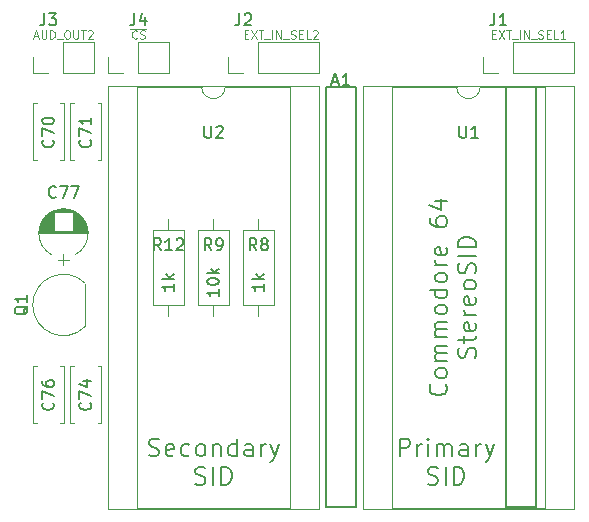
<source format=gto>
G04 #@! TF.FileFunction,Legend,Top*
%FSLAX46Y46*%
G04 Gerber Fmt 4.6, Leading zero omitted, Abs format (unit mm)*
G04 Created by KiCad (PCBNEW 4.0.7) date 07/01/19 14:30:08*
%MOMM*%
%LPD*%
G01*
G04 APERTURE LIST*
%ADD10C,0.100000*%
%ADD11C,0.150000*%
%ADD12C,0.120000*%
G04 APERTURE END LIST*
D10*
D11*
X135860714Y-128007142D02*
X135932143Y-128078571D01*
X136003571Y-128292857D01*
X136003571Y-128435714D01*
X135932143Y-128649999D01*
X135789286Y-128792857D01*
X135646429Y-128864285D01*
X135360714Y-128935714D01*
X135146429Y-128935714D01*
X134860714Y-128864285D01*
X134717857Y-128792857D01*
X134575000Y-128649999D01*
X134503571Y-128435714D01*
X134503571Y-128292857D01*
X134575000Y-128078571D01*
X134646429Y-128007142D01*
X136003571Y-127149999D02*
X135932143Y-127292857D01*
X135860714Y-127364285D01*
X135717857Y-127435714D01*
X135289286Y-127435714D01*
X135146429Y-127364285D01*
X135075000Y-127292857D01*
X135003571Y-127149999D01*
X135003571Y-126935714D01*
X135075000Y-126792857D01*
X135146429Y-126721428D01*
X135289286Y-126649999D01*
X135717857Y-126649999D01*
X135860714Y-126721428D01*
X135932143Y-126792857D01*
X136003571Y-126935714D01*
X136003571Y-127149999D01*
X136003571Y-126007142D02*
X135003571Y-126007142D01*
X135146429Y-126007142D02*
X135075000Y-125935714D01*
X135003571Y-125792856D01*
X135003571Y-125578571D01*
X135075000Y-125435714D01*
X135217857Y-125364285D01*
X136003571Y-125364285D01*
X135217857Y-125364285D02*
X135075000Y-125292856D01*
X135003571Y-125149999D01*
X135003571Y-124935714D01*
X135075000Y-124792856D01*
X135217857Y-124721428D01*
X136003571Y-124721428D01*
X136003571Y-124007142D02*
X135003571Y-124007142D01*
X135146429Y-124007142D02*
X135075000Y-123935714D01*
X135003571Y-123792856D01*
X135003571Y-123578571D01*
X135075000Y-123435714D01*
X135217857Y-123364285D01*
X136003571Y-123364285D01*
X135217857Y-123364285D02*
X135075000Y-123292856D01*
X135003571Y-123149999D01*
X135003571Y-122935714D01*
X135075000Y-122792856D01*
X135217857Y-122721428D01*
X136003571Y-122721428D01*
X136003571Y-121792856D02*
X135932143Y-121935714D01*
X135860714Y-122007142D01*
X135717857Y-122078571D01*
X135289286Y-122078571D01*
X135146429Y-122007142D01*
X135075000Y-121935714D01*
X135003571Y-121792856D01*
X135003571Y-121578571D01*
X135075000Y-121435714D01*
X135146429Y-121364285D01*
X135289286Y-121292856D01*
X135717857Y-121292856D01*
X135860714Y-121364285D01*
X135932143Y-121435714D01*
X136003571Y-121578571D01*
X136003571Y-121792856D01*
X136003571Y-120007142D02*
X134503571Y-120007142D01*
X135932143Y-120007142D02*
X136003571Y-120149999D01*
X136003571Y-120435713D01*
X135932143Y-120578571D01*
X135860714Y-120649999D01*
X135717857Y-120721428D01*
X135289286Y-120721428D01*
X135146429Y-120649999D01*
X135075000Y-120578571D01*
X135003571Y-120435713D01*
X135003571Y-120149999D01*
X135075000Y-120007142D01*
X136003571Y-119078570D02*
X135932143Y-119221428D01*
X135860714Y-119292856D01*
X135717857Y-119364285D01*
X135289286Y-119364285D01*
X135146429Y-119292856D01*
X135075000Y-119221428D01*
X135003571Y-119078570D01*
X135003571Y-118864285D01*
X135075000Y-118721428D01*
X135146429Y-118649999D01*
X135289286Y-118578570D01*
X135717857Y-118578570D01*
X135860714Y-118649999D01*
X135932143Y-118721428D01*
X136003571Y-118864285D01*
X136003571Y-119078570D01*
X136003571Y-117935713D02*
X135003571Y-117935713D01*
X135289286Y-117935713D02*
X135146429Y-117864285D01*
X135075000Y-117792856D01*
X135003571Y-117649999D01*
X135003571Y-117507142D01*
X135932143Y-116435714D02*
X136003571Y-116578571D01*
X136003571Y-116864285D01*
X135932143Y-117007142D01*
X135789286Y-117078571D01*
X135217857Y-117078571D01*
X135075000Y-117007142D01*
X135003571Y-116864285D01*
X135003571Y-116578571D01*
X135075000Y-116435714D01*
X135217857Y-116364285D01*
X135360714Y-116364285D01*
X135503571Y-117078571D01*
X134503571Y-113935714D02*
X134503571Y-114221428D01*
X134575000Y-114364285D01*
X134646429Y-114435714D01*
X134860714Y-114578571D01*
X135146429Y-114650000D01*
X135717857Y-114650000D01*
X135860714Y-114578571D01*
X135932143Y-114507143D01*
X136003571Y-114364285D01*
X136003571Y-114078571D01*
X135932143Y-113935714D01*
X135860714Y-113864285D01*
X135717857Y-113792857D01*
X135360714Y-113792857D01*
X135217857Y-113864285D01*
X135146429Y-113935714D01*
X135075000Y-114078571D01*
X135075000Y-114364285D01*
X135146429Y-114507143D01*
X135217857Y-114578571D01*
X135360714Y-114650000D01*
X135003571Y-112507143D02*
X136003571Y-112507143D01*
X134432143Y-112864286D02*
X135503571Y-113221429D01*
X135503571Y-112292857D01*
X138332143Y-125757142D02*
X138403571Y-125542856D01*
X138403571Y-125185713D01*
X138332143Y-125042856D01*
X138260714Y-124971427D01*
X138117857Y-124899999D01*
X137975000Y-124899999D01*
X137832143Y-124971427D01*
X137760714Y-125042856D01*
X137689286Y-125185713D01*
X137617857Y-125471427D01*
X137546429Y-125614285D01*
X137475000Y-125685713D01*
X137332143Y-125757142D01*
X137189286Y-125757142D01*
X137046429Y-125685713D01*
X136975000Y-125614285D01*
X136903571Y-125471427D01*
X136903571Y-125114285D01*
X136975000Y-124899999D01*
X137403571Y-124471428D02*
X137403571Y-123899999D01*
X136903571Y-124257142D02*
X138189286Y-124257142D01*
X138332143Y-124185714D01*
X138403571Y-124042856D01*
X138403571Y-123899999D01*
X138332143Y-122828571D02*
X138403571Y-122971428D01*
X138403571Y-123257142D01*
X138332143Y-123399999D01*
X138189286Y-123471428D01*
X137617857Y-123471428D01*
X137475000Y-123399999D01*
X137403571Y-123257142D01*
X137403571Y-122971428D01*
X137475000Y-122828571D01*
X137617857Y-122757142D01*
X137760714Y-122757142D01*
X137903571Y-123471428D01*
X138403571Y-122114285D02*
X137403571Y-122114285D01*
X137689286Y-122114285D02*
X137546429Y-122042857D01*
X137475000Y-121971428D01*
X137403571Y-121828571D01*
X137403571Y-121685714D01*
X138332143Y-120614286D02*
X138403571Y-120757143D01*
X138403571Y-121042857D01*
X138332143Y-121185714D01*
X138189286Y-121257143D01*
X137617857Y-121257143D01*
X137475000Y-121185714D01*
X137403571Y-121042857D01*
X137403571Y-120757143D01*
X137475000Y-120614286D01*
X137617857Y-120542857D01*
X137760714Y-120542857D01*
X137903571Y-121257143D01*
X138403571Y-119685714D02*
X138332143Y-119828572D01*
X138260714Y-119900000D01*
X138117857Y-119971429D01*
X137689286Y-119971429D01*
X137546429Y-119900000D01*
X137475000Y-119828572D01*
X137403571Y-119685714D01*
X137403571Y-119471429D01*
X137475000Y-119328572D01*
X137546429Y-119257143D01*
X137689286Y-119185714D01*
X138117857Y-119185714D01*
X138260714Y-119257143D01*
X138332143Y-119328572D01*
X138403571Y-119471429D01*
X138403571Y-119685714D01*
X138332143Y-118614286D02*
X138403571Y-118400000D01*
X138403571Y-118042857D01*
X138332143Y-117900000D01*
X138260714Y-117828571D01*
X138117857Y-117757143D01*
X137975000Y-117757143D01*
X137832143Y-117828571D01*
X137760714Y-117900000D01*
X137689286Y-118042857D01*
X137617857Y-118328571D01*
X137546429Y-118471429D01*
X137475000Y-118542857D01*
X137332143Y-118614286D01*
X137189286Y-118614286D01*
X137046429Y-118542857D01*
X136975000Y-118471429D01*
X136903571Y-118328571D01*
X136903571Y-117971429D01*
X136975000Y-117757143D01*
X138403571Y-117114286D02*
X136903571Y-117114286D01*
X138403571Y-116400000D02*
X136903571Y-116400000D01*
X136903571Y-116042857D01*
X136975000Y-115828572D01*
X137117857Y-115685714D01*
X137260714Y-115614286D01*
X137546429Y-115542857D01*
X137760714Y-115542857D01*
X138046429Y-115614286D01*
X138189286Y-115685714D01*
X138332143Y-115828572D01*
X138403571Y-116042857D01*
X138403571Y-116400000D01*
X110740715Y-134027143D02*
X110955001Y-134098571D01*
X111312144Y-134098571D01*
X111455001Y-134027143D01*
X111526430Y-133955714D01*
X111597858Y-133812857D01*
X111597858Y-133670000D01*
X111526430Y-133527143D01*
X111455001Y-133455714D01*
X111312144Y-133384286D01*
X111026430Y-133312857D01*
X110883572Y-133241429D01*
X110812144Y-133170000D01*
X110740715Y-133027143D01*
X110740715Y-132884286D01*
X110812144Y-132741429D01*
X110883572Y-132670000D01*
X111026430Y-132598571D01*
X111383572Y-132598571D01*
X111597858Y-132670000D01*
X112812143Y-134027143D02*
X112669286Y-134098571D01*
X112383572Y-134098571D01*
X112240715Y-134027143D01*
X112169286Y-133884286D01*
X112169286Y-133312857D01*
X112240715Y-133170000D01*
X112383572Y-133098571D01*
X112669286Y-133098571D01*
X112812143Y-133170000D01*
X112883572Y-133312857D01*
X112883572Y-133455714D01*
X112169286Y-133598571D01*
X114169286Y-134027143D02*
X114026429Y-134098571D01*
X113740715Y-134098571D01*
X113597857Y-134027143D01*
X113526429Y-133955714D01*
X113455000Y-133812857D01*
X113455000Y-133384286D01*
X113526429Y-133241429D01*
X113597857Y-133170000D01*
X113740715Y-133098571D01*
X114026429Y-133098571D01*
X114169286Y-133170000D01*
X115026429Y-134098571D02*
X114883571Y-134027143D01*
X114812143Y-133955714D01*
X114740714Y-133812857D01*
X114740714Y-133384286D01*
X114812143Y-133241429D01*
X114883571Y-133170000D01*
X115026429Y-133098571D01*
X115240714Y-133098571D01*
X115383571Y-133170000D01*
X115455000Y-133241429D01*
X115526429Y-133384286D01*
X115526429Y-133812857D01*
X115455000Y-133955714D01*
X115383571Y-134027143D01*
X115240714Y-134098571D01*
X115026429Y-134098571D01*
X116169286Y-133098571D02*
X116169286Y-134098571D01*
X116169286Y-133241429D02*
X116240714Y-133170000D01*
X116383572Y-133098571D01*
X116597857Y-133098571D01*
X116740714Y-133170000D01*
X116812143Y-133312857D01*
X116812143Y-134098571D01*
X118169286Y-134098571D02*
X118169286Y-132598571D01*
X118169286Y-134027143D02*
X118026429Y-134098571D01*
X117740715Y-134098571D01*
X117597857Y-134027143D01*
X117526429Y-133955714D01*
X117455000Y-133812857D01*
X117455000Y-133384286D01*
X117526429Y-133241429D01*
X117597857Y-133170000D01*
X117740715Y-133098571D01*
X118026429Y-133098571D01*
X118169286Y-133170000D01*
X119526429Y-134098571D02*
X119526429Y-133312857D01*
X119455000Y-133170000D01*
X119312143Y-133098571D01*
X119026429Y-133098571D01*
X118883572Y-133170000D01*
X119526429Y-134027143D02*
X119383572Y-134098571D01*
X119026429Y-134098571D01*
X118883572Y-134027143D01*
X118812143Y-133884286D01*
X118812143Y-133741429D01*
X118883572Y-133598571D01*
X119026429Y-133527143D01*
X119383572Y-133527143D01*
X119526429Y-133455714D01*
X120240715Y-134098571D02*
X120240715Y-133098571D01*
X120240715Y-133384286D02*
X120312143Y-133241429D01*
X120383572Y-133170000D01*
X120526429Y-133098571D01*
X120669286Y-133098571D01*
X121026429Y-133098571D02*
X121383572Y-134098571D01*
X121740714Y-133098571D02*
X121383572Y-134098571D01*
X121240714Y-134455714D01*
X121169286Y-134527143D01*
X121026429Y-134598571D01*
X114669286Y-136427143D02*
X114883572Y-136498571D01*
X115240715Y-136498571D01*
X115383572Y-136427143D01*
X115455001Y-136355714D01*
X115526429Y-136212857D01*
X115526429Y-136070000D01*
X115455001Y-135927143D01*
X115383572Y-135855714D01*
X115240715Y-135784286D01*
X114955001Y-135712857D01*
X114812143Y-135641429D01*
X114740715Y-135570000D01*
X114669286Y-135427143D01*
X114669286Y-135284286D01*
X114740715Y-135141429D01*
X114812143Y-135070000D01*
X114955001Y-134998571D01*
X115312143Y-134998571D01*
X115526429Y-135070000D01*
X116169286Y-136498571D02*
X116169286Y-134998571D01*
X116883572Y-136498571D02*
X116883572Y-134998571D01*
X117240715Y-134998571D01*
X117455000Y-135070000D01*
X117597858Y-135212857D01*
X117669286Y-135355714D01*
X117740715Y-135641429D01*
X117740715Y-135855714D01*
X117669286Y-136141429D01*
X117597858Y-136284286D01*
X117455000Y-136427143D01*
X117240715Y-136498571D01*
X116883572Y-136498571D01*
X131961429Y-134098571D02*
X131961429Y-132598571D01*
X132532857Y-132598571D01*
X132675715Y-132670000D01*
X132747143Y-132741429D01*
X132818572Y-132884286D01*
X132818572Y-133098571D01*
X132747143Y-133241429D01*
X132675715Y-133312857D01*
X132532857Y-133384286D01*
X131961429Y-133384286D01*
X133461429Y-134098571D02*
X133461429Y-133098571D01*
X133461429Y-133384286D02*
X133532857Y-133241429D01*
X133604286Y-133170000D01*
X133747143Y-133098571D01*
X133890000Y-133098571D01*
X134390000Y-134098571D02*
X134390000Y-133098571D01*
X134390000Y-132598571D02*
X134318571Y-132670000D01*
X134390000Y-132741429D01*
X134461428Y-132670000D01*
X134390000Y-132598571D01*
X134390000Y-132741429D01*
X135104286Y-134098571D02*
X135104286Y-133098571D01*
X135104286Y-133241429D02*
X135175714Y-133170000D01*
X135318572Y-133098571D01*
X135532857Y-133098571D01*
X135675714Y-133170000D01*
X135747143Y-133312857D01*
X135747143Y-134098571D01*
X135747143Y-133312857D02*
X135818572Y-133170000D01*
X135961429Y-133098571D01*
X136175714Y-133098571D01*
X136318572Y-133170000D01*
X136390000Y-133312857D01*
X136390000Y-134098571D01*
X137747143Y-134098571D02*
X137747143Y-133312857D01*
X137675714Y-133170000D01*
X137532857Y-133098571D01*
X137247143Y-133098571D01*
X137104286Y-133170000D01*
X137747143Y-134027143D02*
X137604286Y-134098571D01*
X137247143Y-134098571D01*
X137104286Y-134027143D01*
X137032857Y-133884286D01*
X137032857Y-133741429D01*
X137104286Y-133598571D01*
X137247143Y-133527143D01*
X137604286Y-133527143D01*
X137747143Y-133455714D01*
X138461429Y-134098571D02*
X138461429Y-133098571D01*
X138461429Y-133384286D02*
X138532857Y-133241429D01*
X138604286Y-133170000D01*
X138747143Y-133098571D01*
X138890000Y-133098571D01*
X139247143Y-133098571D02*
X139604286Y-134098571D01*
X139961428Y-133098571D02*
X139604286Y-134098571D01*
X139461428Y-134455714D01*
X139390000Y-134527143D01*
X139247143Y-134598571D01*
X134354286Y-136427143D02*
X134568572Y-136498571D01*
X134925715Y-136498571D01*
X135068572Y-136427143D01*
X135140001Y-136355714D01*
X135211429Y-136212857D01*
X135211429Y-136070000D01*
X135140001Y-135927143D01*
X135068572Y-135855714D01*
X134925715Y-135784286D01*
X134640001Y-135712857D01*
X134497143Y-135641429D01*
X134425715Y-135570000D01*
X134354286Y-135427143D01*
X134354286Y-135284286D01*
X134425715Y-135141429D01*
X134497143Y-135070000D01*
X134640001Y-134998571D01*
X134997143Y-134998571D01*
X135211429Y-135070000D01*
X135854286Y-136498571D02*
X135854286Y-134998571D01*
X136568572Y-136498571D02*
X136568572Y-134998571D01*
X136925715Y-134998571D01*
X137140000Y-135070000D01*
X137282858Y-135212857D01*
X137354286Y-135355714D01*
X137425715Y-135641429D01*
X137425715Y-135855714D01*
X137354286Y-136141429D01*
X137282858Y-136284286D01*
X137140000Y-136427143D01*
X136925715Y-136498571D01*
X136568572Y-136498571D01*
X143510000Y-138430000D02*
X143510000Y-102870000D01*
X140970000Y-102870000D02*
X140970000Y-138430000D01*
X128270000Y-138430000D02*
X128270000Y-102870000D01*
X125730000Y-102870000D02*
X125730000Y-138430000D01*
X140970000Y-138430000D02*
X143510000Y-138430000D01*
X125730000Y-138430000D02*
X128270000Y-138430000D01*
X140970000Y-102870000D02*
X143510000Y-102870000D01*
X125730000Y-102870000D02*
X128270000Y-102870000D01*
D12*
X103545000Y-104230000D02*
X103545000Y-109050000D01*
X100925000Y-104230000D02*
X100925000Y-109050000D01*
X103545000Y-104230000D02*
X103231000Y-104230000D01*
X101239000Y-104230000D02*
X100925000Y-104230000D01*
X103545000Y-109050000D02*
X103231000Y-109050000D01*
X101239000Y-109050000D02*
X100925000Y-109050000D01*
X106720000Y-104230000D02*
X106720000Y-109050000D01*
X104100000Y-104230000D02*
X104100000Y-109050000D01*
X106720000Y-104230000D02*
X106406000Y-104230000D01*
X104414000Y-104230000D02*
X104100000Y-104230000D01*
X106720000Y-109050000D02*
X106406000Y-109050000D01*
X104414000Y-109050000D02*
X104100000Y-109050000D01*
X106720000Y-126455000D02*
X106720000Y-131275000D01*
X104100000Y-126455000D02*
X104100000Y-131275000D01*
X106720000Y-126455000D02*
X106406000Y-126455000D01*
X104414000Y-126455000D02*
X104100000Y-126455000D01*
X106720000Y-131275000D02*
X106406000Y-131275000D01*
X104414000Y-131275000D02*
X104100000Y-131275000D01*
X103545000Y-126455000D02*
X103545000Y-131275000D01*
X100925000Y-126455000D02*
X100925000Y-131275000D01*
X103545000Y-126455000D02*
X103231000Y-126455000D01*
X101239000Y-126455000D02*
X100925000Y-126455000D01*
X103545000Y-131275000D02*
X103231000Y-131275000D01*
X101239000Y-131275000D02*
X100925000Y-131275000D01*
X102525830Y-113358564D02*
G75*
G03X102525000Y-117050996I979170J-1846436D01*
G01*
X104484170Y-113358564D02*
G75*
G02X104485000Y-117050996I-979170J-1846436D01*
G01*
X104484170Y-113358564D02*
G75*
G03X102525000Y-113359004I-979170J-1846436D01*
G01*
X101455000Y-115205000D02*
X105555000Y-115205000D01*
X101455000Y-115165000D02*
X105555000Y-115165000D01*
X101456000Y-115125000D02*
X105554000Y-115125000D01*
X101458000Y-115085000D02*
X105552000Y-115085000D01*
X101461000Y-115045000D02*
X105549000Y-115045000D01*
X101464000Y-115005000D02*
X105546000Y-115005000D01*
X101468000Y-114965000D02*
X102725000Y-114965000D01*
X104285000Y-114965000D02*
X105542000Y-114965000D01*
X101473000Y-114925000D02*
X102725000Y-114925000D01*
X104285000Y-114925000D02*
X105537000Y-114925000D01*
X101479000Y-114885000D02*
X102725000Y-114885000D01*
X104285000Y-114885000D02*
X105531000Y-114885000D01*
X101486000Y-114845000D02*
X102725000Y-114845000D01*
X104285000Y-114845000D02*
X105524000Y-114845000D01*
X101493000Y-114805000D02*
X102725000Y-114805000D01*
X104285000Y-114805000D02*
X105517000Y-114805000D01*
X101501000Y-114765000D02*
X102725000Y-114765000D01*
X104285000Y-114765000D02*
X105509000Y-114765000D01*
X101510000Y-114725000D02*
X102725000Y-114725000D01*
X104285000Y-114725000D02*
X105500000Y-114725000D01*
X101520000Y-114685000D02*
X102725000Y-114685000D01*
X104285000Y-114685000D02*
X105490000Y-114685000D01*
X101531000Y-114645000D02*
X102725000Y-114645000D01*
X104285000Y-114645000D02*
X105479000Y-114645000D01*
X101542000Y-114605000D02*
X102725000Y-114605000D01*
X104285000Y-114605000D02*
X105468000Y-114605000D01*
X101555000Y-114565000D02*
X102725000Y-114565000D01*
X104285000Y-114565000D02*
X105455000Y-114565000D01*
X101568000Y-114525000D02*
X102725000Y-114525000D01*
X104285000Y-114525000D02*
X105442000Y-114525000D01*
X101582000Y-114484000D02*
X102725000Y-114484000D01*
X104285000Y-114484000D02*
X105428000Y-114484000D01*
X101598000Y-114444000D02*
X102725000Y-114444000D01*
X104285000Y-114444000D02*
X105412000Y-114444000D01*
X101614000Y-114404000D02*
X102725000Y-114404000D01*
X104285000Y-114404000D02*
X105396000Y-114404000D01*
X101631000Y-114364000D02*
X102725000Y-114364000D01*
X104285000Y-114364000D02*
X105379000Y-114364000D01*
X101649000Y-114324000D02*
X102725000Y-114324000D01*
X104285000Y-114324000D02*
X105361000Y-114324000D01*
X101668000Y-114284000D02*
X102725000Y-114284000D01*
X104285000Y-114284000D02*
X105342000Y-114284000D01*
X101688000Y-114244000D02*
X102725000Y-114244000D01*
X104285000Y-114244000D02*
X105322000Y-114244000D01*
X101709000Y-114204000D02*
X102725000Y-114204000D01*
X104285000Y-114204000D02*
X105301000Y-114204000D01*
X101732000Y-114164000D02*
X102725000Y-114164000D01*
X104285000Y-114164000D02*
X105278000Y-114164000D01*
X101755000Y-114124000D02*
X102725000Y-114124000D01*
X104285000Y-114124000D02*
X105255000Y-114124000D01*
X101780000Y-114084000D02*
X102725000Y-114084000D01*
X104285000Y-114084000D02*
X105230000Y-114084000D01*
X101806000Y-114044000D02*
X102725000Y-114044000D01*
X104285000Y-114044000D02*
X105204000Y-114044000D01*
X101833000Y-114004000D02*
X102725000Y-114004000D01*
X104285000Y-114004000D02*
X105177000Y-114004000D01*
X101862000Y-113964000D02*
X102725000Y-113964000D01*
X104285000Y-113964000D02*
X105148000Y-113964000D01*
X101892000Y-113924000D02*
X102725000Y-113924000D01*
X104285000Y-113924000D02*
X105118000Y-113924000D01*
X101924000Y-113884000D02*
X102725000Y-113884000D01*
X104285000Y-113884000D02*
X105086000Y-113884000D01*
X101958000Y-113844000D02*
X102725000Y-113844000D01*
X104285000Y-113844000D02*
X105052000Y-113844000D01*
X101993000Y-113804000D02*
X102725000Y-113804000D01*
X104285000Y-113804000D02*
X105017000Y-113804000D01*
X102030000Y-113764000D02*
X102725000Y-113764000D01*
X104285000Y-113764000D02*
X104980000Y-113764000D01*
X102069000Y-113724000D02*
X102725000Y-113724000D01*
X104285000Y-113724000D02*
X104941000Y-113724000D01*
X102110000Y-113684000D02*
X102725000Y-113684000D01*
X104285000Y-113684000D02*
X104900000Y-113684000D01*
X102154000Y-113644000D02*
X102725000Y-113644000D01*
X104285000Y-113644000D02*
X104856000Y-113644000D01*
X102200000Y-113604000D02*
X102725000Y-113604000D01*
X104285000Y-113604000D02*
X104810000Y-113604000D01*
X102249000Y-113564000D02*
X102725000Y-113564000D01*
X104285000Y-113564000D02*
X104761000Y-113564000D01*
X102301000Y-113524000D02*
X102725000Y-113524000D01*
X104285000Y-113524000D02*
X104709000Y-113524000D01*
X102357000Y-113484000D02*
X102725000Y-113484000D01*
X104285000Y-113484000D02*
X104653000Y-113484000D01*
X102417000Y-113444000D02*
X102725000Y-113444000D01*
X104285000Y-113444000D02*
X104593000Y-113444000D01*
X102482000Y-113404000D02*
X104528000Y-113404000D01*
X102553000Y-113364000D02*
X104457000Y-113364000D01*
X102631000Y-113324000D02*
X104379000Y-113324000D01*
X102719000Y-113284000D02*
X104291000Y-113284000D01*
X102819000Y-113244000D02*
X104191000Y-113244000D01*
X102938000Y-113204000D02*
X104072000Y-113204000D01*
X103090000Y-113164000D02*
X103920000Y-113164000D01*
X103340000Y-113124000D02*
X103670000Y-113124000D01*
X103505000Y-117905000D02*
X103505000Y-117005000D01*
X103055000Y-117455000D02*
X103955000Y-117455000D01*
X146745000Y-101660000D02*
X146745000Y-99000000D01*
X141605000Y-101660000D02*
X146745000Y-101660000D01*
X141605000Y-99000000D02*
X146745000Y-99000000D01*
X141605000Y-101660000D02*
X141605000Y-99000000D01*
X140335000Y-101660000D02*
X139005000Y-101660000D01*
X139005000Y-101660000D02*
X139005000Y-100330000D01*
X125155000Y-101660000D02*
X125155000Y-99000000D01*
X120015000Y-101660000D02*
X125155000Y-101660000D01*
X120015000Y-99000000D02*
X125155000Y-99000000D01*
X120015000Y-101660000D02*
X120015000Y-99000000D01*
X118745000Y-101660000D02*
X117415000Y-101660000D01*
X117415000Y-101660000D02*
X117415000Y-100330000D01*
X106105000Y-101660000D02*
X106105000Y-99000000D01*
X103505000Y-101660000D02*
X106105000Y-101660000D01*
X103505000Y-99000000D02*
X106105000Y-99000000D01*
X103505000Y-101660000D02*
X103505000Y-99000000D01*
X102235000Y-101660000D02*
X100905000Y-101660000D01*
X100905000Y-101660000D02*
X100905000Y-100330000D01*
X105355000Y-123085000D02*
X105355000Y-119485000D01*
X105343478Y-123123478D02*
G75*
G02X100905000Y-121285000I-1838478J1838478D01*
G01*
X105343478Y-119446522D02*
G75*
G03X100905000Y-121285000I-1838478J-1838478D01*
G01*
X121325000Y-114900000D02*
X118705000Y-114900000D01*
X118705000Y-114900000D02*
X118705000Y-121320000D01*
X118705000Y-121320000D02*
X121325000Y-121320000D01*
X121325000Y-121320000D02*
X121325000Y-114900000D01*
X120015000Y-114010000D02*
X120015000Y-114900000D01*
X120015000Y-122210000D02*
X120015000Y-121320000D01*
X117515000Y-114900000D02*
X114895000Y-114900000D01*
X114895000Y-114900000D02*
X114895000Y-121320000D01*
X114895000Y-121320000D02*
X117515000Y-121320000D01*
X117515000Y-121320000D02*
X117515000Y-114900000D01*
X116205000Y-114010000D02*
X116205000Y-114900000D01*
X116205000Y-122210000D02*
X116205000Y-121320000D01*
X113705000Y-114900000D02*
X111085000Y-114900000D01*
X111085000Y-114900000D02*
X111085000Y-121320000D01*
X111085000Y-121320000D02*
X113705000Y-121320000D01*
X113705000Y-121320000D02*
X113705000Y-114900000D01*
X112395000Y-114010000D02*
X112395000Y-114900000D01*
X112395000Y-122210000D02*
X112395000Y-121320000D01*
X138795000Y-102810000D02*
G75*
G02X136795000Y-102810000I-1000000J0D01*
G01*
X136795000Y-102810000D02*
X131335000Y-102810000D01*
X131335000Y-102810000D02*
X131335000Y-138490000D01*
X131335000Y-138490000D02*
X144255000Y-138490000D01*
X144255000Y-138490000D02*
X144255000Y-102810000D01*
X144255000Y-102810000D02*
X138795000Y-102810000D01*
X128845000Y-102750000D02*
X128845000Y-138550000D01*
X128845000Y-138550000D02*
X146745000Y-138550000D01*
X146745000Y-138550000D02*
X146745000Y-102750000D01*
X146745000Y-102750000D02*
X128845000Y-102750000D01*
X117205000Y-102810000D02*
G75*
G02X115205000Y-102810000I-1000000J0D01*
G01*
X115205000Y-102810000D02*
X109745000Y-102810000D01*
X109745000Y-102810000D02*
X109745000Y-138490000D01*
X109745000Y-138490000D02*
X122665000Y-138490000D01*
X122665000Y-138490000D02*
X122665000Y-102810000D01*
X122665000Y-102810000D02*
X117205000Y-102810000D01*
X107255000Y-102750000D02*
X107255000Y-138550000D01*
X107255000Y-138550000D02*
X125155000Y-138550000D01*
X125155000Y-138550000D02*
X125155000Y-102750000D01*
X125155000Y-102750000D02*
X107255000Y-102750000D01*
X112455000Y-101660000D02*
X112455000Y-99000000D01*
X109855000Y-101660000D02*
X112455000Y-101660000D01*
X109855000Y-99000000D02*
X112455000Y-99000000D01*
X109855000Y-101660000D02*
X109855000Y-99000000D01*
X108585000Y-101660000D02*
X107255000Y-101660000D01*
X107255000Y-101660000D02*
X107255000Y-100330000D01*
D11*
X126285714Y-102401667D02*
X126761905Y-102401667D01*
X126190476Y-102687381D02*
X126523809Y-101687381D01*
X126857143Y-102687381D01*
X127714286Y-102687381D02*
X127142857Y-102687381D01*
X127428571Y-102687381D02*
X127428571Y-101687381D01*
X127333333Y-101830238D01*
X127238095Y-101925476D01*
X127142857Y-101973095D01*
X102592143Y-107322857D02*
X102639762Y-107370476D01*
X102687381Y-107513333D01*
X102687381Y-107608571D01*
X102639762Y-107751429D01*
X102544524Y-107846667D01*
X102449286Y-107894286D01*
X102258810Y-107941905D01*
X102115952Y-107941905D01*
X101925476Y-107894286D01*
X101830238Y-107846667D01*
X101735000Y-107751429D01*
X101687381Y-107608571D01*
X101687381Y-107513333D01*
X101735000Y-107370476D01*
X101782619Y-107322857D01*
X101687381Y-106989524D02*
X101687381Y-106322857D01*
X102687381Y-106751429D01*
X101687381Y-105751429D02*
X101687381Y-105656190D01*
X101735000Y-105560952D01*
X101782619Y-105513333D01*
X101877857Y-105465714D01*
X102068333Y-105418095D01*
X102306429Y-105418095D01*
X102496905Y-105465714D01*
X102592143Y-105513333D01*
X102639762Y-105560952D01*
X102687381Y-105656190D01*
X102687381Y-105751429D01*
X102639762Y-105846667D01*
X102592143Y-105894286D01*
X102496905Y-105941905D01*
X102306429Y-105989524D01*
X102068333Y-105989524D01*
X101877857Y-105941905D01*
X101782619Y-105894286D01*
X101735000Y-105846667D01*
X101687381Y-105751429D01*
X105767143Y-107322857D02*
X105814762Y-107370476D01*
X105862381Y-107513333D01*
X105862381Y-107608571D01*
X105814762Y-107751429D01*
X105719524Y-107846667D01*
X105624286Y-107894286D01*
X105433810Y-107941905D01*
X105290952Y-107941905D01*
X105100476Y-107894286D01*
X105005238Y-107846667D01*
X104910000Y-107751429D01*
X104862381Y-107608571D01*
X104862381Y-107513333D01*
X104910000Y-107370476D01*
X104957619Y-107322857D01*
X104862381Y-106989524D02*
X104862381Y-106322857D01*
X105862381Y-106751429D01*
X105862381Y-105418095D02*
X105862381Y-105989524D01*
X105862381Y-105703810D02*
X104862381Y-105703810D01*
X105005238Y-105799048D01*
X105100476Y-105894286D01*
X105148095Y-105989524D01*
X105767143Y-129547857D02*
X105814762Y-129595476D01*
X105862381Y-129738333D01*
X105862381Y-129833571D01*
X105814762Y-129976429D01*
X105719524Y-130071667D01*
X105624286Y-130119286D01*
X105433810Y-130166905D01*
X105290952Y-130166905D01*
X105100476Y-130119286D01*
X105005238Y-130071667D01*
X104910000Y-129976429D01*
X104862381Y-129833571D01*
X104862381Y-129738333D01*
X104910000Y-129595476D01*
X104957619Y-129547857D01*
X104862381Y-129214524D02*
X104862381Y-128547857D01*
X105862381Y-128976429D01*
X105195714Y-127738333D02*
X105862381Y-127738333D01*
X104814762Y-127976429D02*
X105529048Y-128214524D01*
X105529048Y-127595476D01*
X102592143Y-129547857D02*
X102639762Y-129595476D01*
X102687381Y-129738333D01*
X102687381Y-129833571D01*
X102639762Y-129976429D01*
X102544524Y-130071667D01*
X102449286Y-130119286D01*
X102258810Y-130166905D01*
X102115952Y-130166905D01*
X101925476Y-130119286D01*
X101830238Y-130071667D01*
X101735000Y-129976429D01*
X101687381Y-129833571D01*
X101687381Y-129738333D01*
X101735000Y-129595476D01*
X101782619Y-129547857D01*
X101687381Y-129214524D02*
X101687381Y-128547857D01*
X102687381Y-128976429D01*
X101687381Y-127738333D02*
X101687381Y-127928810D01*
X101735000Y-128024048D01*
X101782619Y-128071667D01*
X101925476Y-128166905D01*
X102115952Y-128214524D01*
X102496905Y-128214524D01*
X102592143Y-128166905D01*
X102639762Y-128119286D01*
X102687381Y-128024048D01*
X102687381Y-127833571D01*
X102639762Y-127738333D01*
X102592143Y-127690714D01*
X102496905Y-127643095D01*
X102258810Y-127643095D01*
X102163571Y-127690714D01*
X102115952Y-127738333D01*
X102068333Y-127833571D01*
X102068333Y-128024048D01*
X102115952Y-128119286D01*
X102163571Y-128166905D01*
X102258810Y-128214524D01*
X102862143Y-112117143D02*
X102814524Y-112164762D01*
X102671667Y-112212381D01*
X102576429Y-112212381D01*
X102433571Y-112164762D01*
X102338333Y-112069524D01*
X102290714Y-111974286D01*
X102243095Y-111783810D01*
X102243095Y-111640952D01*
X102290714Y-111450476D01*
X102338333Y-111355238D01*
X102433571Y-111260000D01*
X102576429Y-111212381D01*
X102671667Y-111212381D01*
X102814524Y-111260000D01*
X102862143Y-111307619D01*
X103195476Y-111212381D02*
X103862143Y-111212381D01*
X103433571Y-112212381D01*
X104147857Y-111212381D02*
X104814524Y-111212381D01*
X104385952Y-112212381D01*
X140001667Y-96607381D02*
X140001667Y-97321667D01*
X139954047Y-97464524D01*
X139858809Y-97559762D01*
X139715952Y-97607381D01*
X139620714Y-97607381D01*
X141001667Y-97607381D02*
X140430238Y-97607381D01*
X140715952Y-97607381D02*
X140715952Y-96607381D01*
X140620714Y-96750238D01*
X140525476Y-96845476D01*
X140430238Y-96893095D01*
D10*
X139791668Y-98375000D02*
X140025001Y-98375000D01*
X140125001Y-98741667D02*
X139791668Y-98741667D01*
X139791668Y-98041667D01*
X140125001Y-98041667D01*
X140358334Y-98041667D02*
X140825001Y-98741667D01*
X140825001Y-98041667D02*
X140358334Y-98741667D01*
X140991668Y-98041667D02*
X141391668Y-98041667D01*
X141191668Y-98741667D02*
X141191668Y-98041667D01*
X141458334Y-98808333D02*
X141991667Y-98808333D01*
X142158334Y-98741667D02*
X142158334Y-98041667D01*
X142491667Y-98741667D02*
X142491667Y-98041667D01*
X142891667Y-98741667D01*
X142891667Y-98041667D01*
X143058333Y-98808333D02*
X143591666Y-98808333D01*
X143724999Y-98708333D02*
X143824999Y-98741667D01*
X143991666Y-98741667D01*
X144058333Y-98708333D01*
X144091666Y-98675000D01*
X144124999Y-98608333D01*
X144124999Y-98541667D01*
X144091666Y-98475000D01*
X144058333Y-98441667D01*
X143991666Y-98408333D01*
X143858333Y-98375000D01*
X143791666Y-98341667D01*
X143758333Y-98308333D01*
X143724999Y-98241667D01*
X143724999Y-98175000D01*
X143758333Y-98108333D01*
X143791666Y-98075000D01*
X143858333Y-98041667D01*
X144024999Y-98041667D01*
X144124999Y-98075000D01*
X144425000Y-98375000D02*
X144658333Y-98375000D01*
X144758333Y-98741667D02*
X144425000Y-98741667D01*
X144425000Y-98041667D01*
X144758333Y-98041667D01*
X145391666Y-98741667D02*
X145058333Y-98741667D01*
X145058333Y-98041667D01*
X145991666Y-98741667D02*
X145591666Y-98741667D01*
X145791666Y-98741667D02*
X145791666Y-98041667D01*
X145725000Y-98141667D01*
X145658333Y-98208333D01*
X145591666Y-98241667D01*
D11*
X118411667Y-96607381D02*
X118411667Y-97321667D01*
X118364047Y-97464524D01*
X118268809Y-97559762D01*
X118125952Y-97607381D01*
X118030714Y-97607381D01*
X118840238Y-96702619D02*
X118887857Y-96655000D01*
X118983095Y-96607381D01*
X119221191Y-96607381D01*
X119316429Y-96655000D01*
X119364048Y-96702619D01*
X119411667Y-96797857D01*
X119411667Y-96893095D01*
X119364048Y-97035952D01*
X118792619Y-97607381D01*
X119411667Y-97607381D01*
D10*
X118836668Y-98375000D02*
X119070001Y-98375000D01*
X119170001Y-98741667D02*
X118836668Y-98741667D01*
X118836668Y-98041667D01*
X119170001Y-98041667D01*
X119403334Y-98041667D02*
X119870001Y-98741667D01*
X119870001Y-98041667D02*
X119403334Y-98741667D01*
X120036668Y-98041667D02*
X120436668Y-98041667D01*
X120236668Y-98741667D02*
X120236668Y-98041667D01*
X120503334Y-98808333D02*
X121036667Y-98808333D01*
X121203334Y-98741667D02*
X121203334Y-98041667D01*
X121536667Y-98741667D02*
X121536667Y-98041667D01*
X121936667Y-98741667D01*
X121936667Y-98041667D01*
X122103333Y-98808333D02*
X122636666Y-98808333D01*
X122769999Y-98708333D02*
X122869999Y-98741667D01*
X123036666Y-98741667D01*
X123103333Y-98708333D01*
X123136666Y-98675000D01*
X123169999Y-98608333D01*
X123169999Y-98541667D01*
X123136666Y-98475000D01*
X123103333Y-98441667D01*
X123036666Y-98408333D01*
X122903333Y-98375000D01*
X122836666Y-98341667D01*
X122803333Y-98308333D01*
X122769999Y-98241667D01*
X122769999Y-98175000D01*
X122803333Y-98108333D01*
X122836666Y-98075000D01*
X122903333Y-98041667D01*
X123069999Y-98041667D01*
X123169999Y-98075000D01*
X123470000Y-98375000D02*
X123703333Y-98375000D01*
X123803333Y-98741667D02*
X123470000Y-98741667D01*
X123470000Y-98041667D01*
X123803333Y-98041667D01*
X124436666Y-98741667D02*
X124103333Y-98741667D01*
X124103333Y-98041667D01*
X124636666Y-98108333D02*
X124670000Y-98075000D01*
X124736666Y-98041667D01*
X124903333Y-98041667D01*
X124970000Y-98075000D01*
X125003333Y-98108333D01*
X125036666Y-98175000D01*
X125036666Y-98241667D01*
X125003333Y-98341667D01*
X124603333Y-98741667D01*
X125036666Y-98741667D01*
D11*
X101901667Y-96607381D02*
X101901667Y-97321667D01*
X101854047Y-97464524D01*
X101758809Y-97559762D01*
X101615952Y-97607381D01*
X101520714Y-97607381D01*
X102282619Y-96607381D02*
X102901667Y-96607381D01*
X102568333Y-96988333D01*
X102711191Y-96988333D01*
X102806429Y-97035952D01*
X102854048Y-97083571D01*
X102901667Y-97178810D01*
X102901667Y-97416905D01*
X102854048Y-97512143D01*
X102806429Y-97559762D01*
X102711191Y-97607381D01*
X102425476Y-97607381D01*
X102330238Y-97559762D01*
X102282619Y-97512143D01*
D10*
X101021667Y-98541667D02*
X101355001Y-98541667D01*
X100955001Y-98741667D02*
X101188334Y-98041667D01*
X101421667Y-98741667D01*
X101655001Y-98041667D02*
X101655001Y-98608333D01*
X101688334Y-98675000D01*
X101721667Y-98708333D01*
X101788334Y-98741667D01*
X101921667Y-98741667D01*
X101988334Y-98708333D01*
X102021667Y-98675000D01*
X102055001Y-98608333D01*
X102055001Y-98041667D01*
X102388334Y-98741667D02*
X102388334Y-98041667D01*
X102555000Y-98041667D01*
X102655000Y-98075000D01*
X102721667Y-98141667D01*
X102755000Y-98208333D01*
X102788334Y-98341667D01*
X102788334Y-98441667D01*
X102755000Y-98575000D01*
X102721667Y-98641667D01*
X102655000Y-98708333D01*
X102555000Y-98741667D01*
X102388334Y-98741667D01*
X102921667Y-98808333D02*
X103455000Y-98808333D01*
X103755000Y-98041667D02*
X103888333Y-98041667D01*
X103955000Y-98075000D01*
X104021667Y-98141667D01*
X104055000Y-98275000D01*
X104055000Y-98508333D01*
X104021667Y-98641667D01*
X103955000Y-98708333D01*
X103888333Y-98741667D01*
X103755000Y-98741667D01*
X103688333Y-98708333D01*
X103621667Y-98641667D01*
X103588333Y-98508333D01*
X103588333Y-98275000D01*
X103621667Y-98141667D01*
X103688333Y-98075000D01*
X103755000Y-98041667D01*
X104355000Y-98041667D02*
X104355000Y-98608333D01*
X104388333Y-98675000D01*
X104421666Y-98708333D01*
X104488333Y-98741667D01*
X104621666Y-98741667D01*
X104688333Y-98708333D01*
X104721666Y-98675000D01*
X104755000Y-98608333D01*
X104755000Y-98041667D01*
X104988333Y-98041667D02*
X105388333Y-98041667D01*
X105188333Y-98741667D02*
X105188333Y-98041667D01*
X105588332Y-98108333D02*
X105621666Y-98075000D01*
X105688332Y-98041667D01*
X105854999Y-98041667D01*
X105921666Y-98075000D01*
X105954999Y-98108333D01*
X105988332Y-98175000D01*
X105988332Y-98241667D01*
X105954999Y-98341667D01*
X105554999Y-98741667D01*
X105988332Y-98741667D01*
D11*
X100492619Y-121380238D02*
X100445000Y-121475476D01*
X100349762Y-121570714D01*
X100206905Y-121713571D01*
X100159286Y-121808810D01*
X100159286Y-121904048D01*
X100397381Y-121856429D02*
X100349762Y-121951667D01*
X100254524Y-122046905D01*
X100064048Y-122094524D01*
X99730714Y-122094524D01*
X99540238Y-122046905D01*
X99445000Y-121951667D01*
X99397381Y-121856429D01*
X99397381Y-121665952D01*
X99445000Y-121570714D01*
X99540238Y-121475476D01*
X99730714Y-121427857D01*
X100064048Y-121427857D01*
X100254524Y-121475476D01*
X100349762Y-121570714D01*
X100397381Y-121665952D01*
X100397381Y-121856429D01*
X100397381Y-120475476D02*
X100397381Y-121046905D01*
X100397381Y-120761191D02*
X99397381Y-120761191D01*
X99540238Y-120856429D01*
X99635476Y-120951667D01*
X99683095Y-121046905D01*
X119848334Y-116657381D02*
X119515000Y-116181190D01*
X119276905Y-116657381D02*
X119276905Y-115657381D01*
X119657858Y-115657381D01*
X119753096Y-115705000D01*
X119800715Y-115752619D01*
X119848334Y-115847857D01*
X119848334Y-115990714D01*
X119800715Y-116085952D01*
X119753096Y-116133571D01*
X119657858Y-116181190D01*
X119276905Y-116181190D01*
X120419762Y-116085952D02*
X120324524Y-116038333D01*
X120276905Y-115990714D01*
X120229286Y-115895476D01*
X120229286Y-115847857D01*
X120276905Y-115752619D01*
X120324524Y-115705000D01*
X120419762Y-115657381D01*
X120610239Y-115657381D01*
X120705477Y-115705000D01*
X120753096Y-115752619D01*
X120800715Y-115847857D01*
X120800715Y-115895476D01*
X120753096Y-115990714D01*
X120705477Y-116038333D01*
X120610239Y-116085952D01*
X120419762Y-116085952D01*
X120324524Y-116133571D01*
X120276905Y-116181190D01*
X120229286Y-116276429D01*
X120229286Y-116466905D01*
X120276905Y-116562143D01*
X120324524Y-116609762D01*
X120419762Y-116657381D01*
X120610239Y-116657381D01*
X120705477Y-116609762D01*
X120753096Y-116562143D01*
X120800715Y-116466905D01*
X120800715Y-116276429D01*
X120753096Y-116181190D01*
X120705477Y-116133571D01*
X120610239Y-116085952D01*
X120467381Y-119499047D02*
X120467381Y-120070476D01*
X120467381Y-119784762D02*
X119467381Y-119784762D01*
X119610238Y-119880000D01*
X119705476Y-119975238D01*
X119753095Y-120070476D01*
X120467381Y-119070476D02*
X119467381Y-119070476D01*
X120086429Y-118975238D02*
X120467381Y-118689523D01*
X119800714Y-118689523D02*
X120181667Y-119070476D01*
X116038334Y-116657381D02*
X115705000Y-116181190D01*
X115466905Y-116657381D02*
X115466905Y-115657381D01*
X115847858Y-115657381D01*
X115943096Y-115705000D01*
X115990715Y-115752619D01*
X116038334Y-115847857D01*
X116038334Y-115990714D01*
X115990715Y-116085952D01*
X115943096Y-116133571D01*
X115847858Y-116181190D01*
X115466905Y-116181190D01*
X116514524Y-116657381D02*
X116705000Y-116657381D01*
X116800239Y-116609762D01*
X116847858Y-116562143D01*
X116943096Y-116419286D01*
X116990715Y-116228810D01*
X116990715Y-115847857D01*
X116943096Y-115752619D01*
X116895477Y-115705000D01*
X116800239Y-115657381D01*
X116609762Y-115657381D01*
X116514524Y-115705000D01*
X116466905Y-115752619D01*
X116419286Y-115847857D01*
X116419286Y-116085952D01*
X116466905Y-116181190D01*
X116514524Y-116228810D01*
X116609762Y-116276429D01*
X116800239Y-116276429D01*
X116895477Y-116228810D01*
X116943096Y-116181190D01*
X116990715Y-116085952D01*
X116657381Y-119975238D02*
X116657381Y-120546667D01*
X116657381Y-120260953D02*
X115657381Y-120260953D01*
X115800238Y-120356191D01*
X115895476Y-120451429D01*
X115943095Y-120546667D01*
X115657381Y-119356191D02*
X115657381Y-119260952D01*
X115705000Y-119165714D01*
X115752619Y-119118095D01*
X115847857Y-119070476D01*
X116038333Y-119022857D01*
X116276429Y-119022857D01*
X116466905Y-119070476D01*
X116562143Y-119118095D01*
X116609762Y-119165714D01*
X116657381Y-119260952D01*
X116657381Y-119356191D01*
X116609762Y-119451429D01*
X116562143Y-119499048D01*
X116466905Y-119546667D01*
X116276429Y-119594286D01*
X116038333Y-119594286D01*
X115847857Y-119546667D01*
X115752619Y-119499048D01*
X115705000Y-119451429D01*
X115657381Y-119356191D01*
X116657381Y-118594286D02*
X115657381Y-118594286D01*
X116276429Y-118499048D02*
X116657381Y-118213333D01*
X115990714Y-118213333D02*
X116371667Y-118594286D01*
X111752143Y-116657381D02*
X111418809Y-116181190D01*
X111180714Y-116657381D02*
X111180714Y-115657381D01*
X111561667Y-115657381D01*
X111656905Y-115705000D01*
X111704524Y-115752619D01*
X111752143Y-115847857D01*
X111752143Y-115990714D01*
X111704524Y-116085952D01*
X111656905Y-116133571D01*
X111561667Y-116181190D01*
X111180714Y-116181190D01*
X112704524Y-116657381D02*
X112133095Y-116657381D01*
X112418809Y-116657381D02*
X112418809Y-115657381D01*
X112323571Y-115800238D01*
X112228333Y-115895476D01*
X112133095Y-115943095D01*
X113085476Y-115752619D02*
X113133095Y-115705000D01*
X113228333Y-115657381D01*
X113466429Y-115657381D01*
X113561667Y-115705000D01*
X113609286Y-115752619D01*
X113656905Y-115847857D01*
X113656905Y-115943095D01*
X113609286Y-116085952D01*
X113037857Y-116657381D01*
X113656905Y-116657381D01*
X112847381Y-119499047D02*
X112847381Y-120070476D01*
X112847381Y-119784762D02*
X111847381Y-119784762D01*
X111990238Y-119880000D01*
X112085476Y-119975238D01*
X112133095Y-120070476D01*
X112847381Y-119070476D02*
X111847381Y-119070476D01*
X112466429Y-118975238D02*
X112847381Y-118689523D01*
X112180714Y-118689523D02*
X112561667Y-119070476D01*
X137033095Y-106132381D02*
X137033095Y-106941905D01*
X137080714Y-107037143D01*
X137128333Y-107084762D01*
X137223571Y-107132381D01*
X137414048Y-107132381D01*
X137509286Y-107084762D01*
X137556905Y-107037143D01*
X137604524Y-106941905D01*
X137604524Y-106132381D01*
X138604524Y-107132381D02*
X138033095Y-107132381D01*
X138318809Y-107132381D02*
X138318809Y-106132381D01*
X138223571Y-106275238D01*
X138128333Y-106370476D01*
X138033095Y-106418095D01*
X115443095Y-106132381D02*
X115443095Y-106941905D01*
X115490714Y-107037143D01*
X115538333Y-107084762D01*
X115633571Y-107132381D01*
X115824048Y-107132381D01*
X115919286Y-107084762D01*
X115966905Y-107037143D01*
X116014524Y-106941905D01*
X116014524Y-106132381D01*
X116443095Y-106227619D02*
X116490714Y-106180000D01*
X116585952Y-106132381D01*
X116824048Y-106132381D01*
X116919286Y-106180000D01*
X116966905Y-106227619D01*
X117014524Y-106322857D01*
X117014524Y-106418095D01*
X116966905Y-106560952D01*
X116395476Y-107132381D01*
X117014524Y-107132381D01*
X109521667Y-96607381D02*
X109521667Y-97321667D01*
X109474047Y-97464524D01*
X109378809Y-97559762D01*
X109235952Y-97607381D01*
X109140714Y-97607381D01*
X110426429Y-96940714D02*
X110426429Y-97607381D01*
X110188333Y-96559762D02*
X109950238Y-97274048D01*
X110569286Y-97274048D01*
D10*
X109738334Y-98675000D02*
X109705000Y-98708333D01*
X109605000Y-98741667D01*
X109538334Y-98741667D01*
X109438334Y-98708333D01*
X109371667Y-98641667D01*
X109338334Y-98575000D01*
X109305000Y-98441667D01*
X109305000Y-98341667D01*
X109338334Y-98208333D01*
X109371667Y-98141667D01*
X109438334Y-98075000D01*
X109538334Y-98041667D01*
X109605000Y-98041667D01*
X109705000Y-98075000D01*
X109738334Y-98108333D01*
X110005000Y-98708333D02*
X110105000Y-98741667D01*
X110271667Y-98741667D01*
X110338334Y-98708333D01*
X110371667Y-98675000D01*
X110405000Y-98608333D01*
X110405000Y-98541667D01*
X110371667Y-98475000D01*
X110338334Y-98441667D01*
X110271667Y-98408333D01*
X110138334Y-98375000D01*
X110071667Y-98341667D01*
X110038334Y-98308333D01*
X110005000Y-98241667D01*
X110005000Y-98175000D01*
X110038334Y-98108333D01*
X110071667Y-98075000D01*
X110138334Y-98041667D01*
X110305000Y-98041667D01*
X110405000Y-98075000D01*
X109171667Y-97921000D02*
X110538334Y-97921000D01*
M02*

</source>
